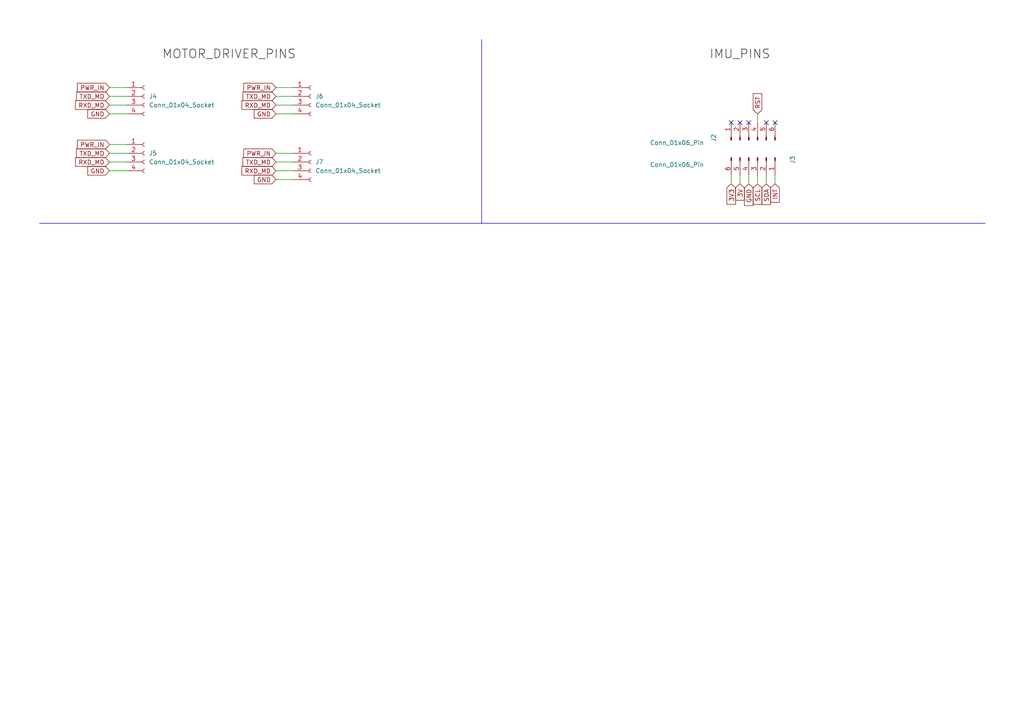
<source format=kicad_sch>
(kicad_sch (version 20231120) (generator "eeschema") (generator_version "8.0")
  (paper "A4")
  (lib_symbols
    (symbol "Connector:Conn_01x04_Socket" (pin_names (offset 1.016) hide)
      (property "Reference" "J" (at 0 5.08 0))
      (property "Value" "Conn_01x04_Socket" (at 0 -7.62 0))
      (symbol "Conn_01x04_Socket_1_1"
        (arc (start 0 -4.572) (mid -0.5058 -5.08) (end 0 -5.588) (stroke (width 0.1524)))
        (arc (start 0 -2.032) (mid -0.5058 -2.54) (end 0 -3.048) (stroke (width 0.1524)))
        (polyline (pts (xy -1.27 -5.08) (xy -0.508 -5.08)) (stroke (width 0.1524)))
        (polyline (pts (xy -1.27 -2.54) (xy -0.508 -2.54)) (stroke (width 0.1524)))
        (polyline (pts (xy -1.27 0) (xy -0.508 0)) (stroke (width 0.1524)))
        (polyline (pts (xy -1.27 2.54) (xy -0.508 2.54)) (stroke (width 0.1524)))
        (arc (start 0 0.508) (mid -0.5058 0) (end 0 -0.508) (stroke (width 0.1524)))
        (arc (start 0 3.048) (mid -0.5058 2.54) (end 0 2.032) (stroke (width 0.1524)))
        (pin passive line (at -5.08 2.54 0) (length 3.81) (name "Pin_1") (number "1"))
        (pin passive line (at -5.08 0 0) (length 3.81) (name "Pin_2") (number "2"))
        (pin passive line (at -5.08 -2.54 0) (length 3.81) (name "Pin_3") (number "3"))
        (pin passive line (at -5.08 -5.08 0) (length 3.81) (name "Pin_4") (number "4"))
      )
    )
    (symbol "Connector:Conn_01x06_Pin" (pin_names (offset 1.016) hide)
      (property "Reference" "J" (at 0 7.62 0))
      (property "Value" "Conn_01x06_Pin" (at 0 -10.16 0))
      (symbol "Conn_01x06_Pin_1_1"
        (polyline (pts (xy 1.27 -7.62) (xy 0.8636 -7.62)) (stroke (width 0.1524)))
        (polyline (pts (xy 1.27 -5.08) (xy 0.8636 -5.08)) (stroke (width 0.1524)))
        (polyline (pts (xy 1.27 -2.54) (xy 0.8636 -2.54)) (stroke (width 0.1524)))
        (polyline (pts (xy 1.27 0) (xy 0.8636 0)) (stroke (width 0.1524)))
        (polyline (pts (xy 1.27 2.54) (xy 0.8636 2.54)) (stroke (width 0.1524)))
        (polyline (pts (xy 1.27 5.08) (xy 0.8636 5.08)) (stroke (width 0.1524)))
        (rectangle (start 0.8636 -7.493) (end 0 -7.747) (stroke (width 0.1524)) (fill (type outline)))
        (rectangle (start 0.8636 -4.953) (end 0 -5.207) (stroke (width 0.1524)) (fill (type outline)))
        (rectangle (start 0.8636 -2.413) (end 0 -2.667) (stroke (width 0.1524)) (fill (type outline)))
        (rectangle (start 0.8636 0.127) (end 0 -0.127) (stroke (width 0.1524)) (fill (type outline)))
        (rectangle (start 0.8636 2.667) (end 0 2.413) (stroke (width 0.1524)) (fill (type outline)))
        (rectangle (start 0.8636 5.207) (end 0 4.953) (stroke (width 0.1524)) (fill (type outline)))
        (pin passive line (at 5.08 5.08 180) (length 3.81) (name "Pin_1") (number "1"))
        (pin passive line (at 5.08 2.54 180) (length 3.81) (name "Pin_2") (number "2"))
        (pin passive line (at 5.08 0 180) (length 3.81) (name "Pin_3") (number "3"))
        (pin passive line (at 5.08 -2.54 180) (length 3.81) (name "Pin_4") (number "4"))
        (pin passive line (at 5.08 -5.08 180) (length 3.81) (name "Pin_5") (number "5"))
        (pin passive line (at 5.08 -7.62 180) (length 3.81) (name "Pin_6") (number "6"))
      )
    )
  )
  (no_connect (at 224.79 35.56))
  (no_connect (at 217.17 35.56))
  (no_connect (at 214.63 35.56))
  (no_connect (at 222.25 35.56))
  (no_connect (at 212.09 35.56))
  (wire (pts (xy 219.71 50.8) (xy 219.71 53.34)))
  (wire (pts (xy 212.09 50.8) (xy 212.09 53.34)))
  (wire (pts (xy 80.01 52.07) (xy 85.09 52.07)))
  (wire (pts (xy 31.75 30.48) (xy 36.83 30.48)))
  (wire (pts (xy 80.01 27.94) (xy 85.09 27.94)))
  (wire (pts (xy 80.01 44.45) (xy 85.09 44.45)))
  (wire (pts (xy 31.75 44.45) (xy 36.83 44.45)))
  (wire (pts (xy 80.01 25.4) (xy 85.09 25.4)))
  (wire (pts (xy 31.75 27.94) (xy 36.83 27.94)))
  (wire (pts (xy 31.75 33.02) (xy 36.83 33.02)))
  (wire (pts (xy 80.01 46.99) (xy 85.09 46.99)))
  (polyline (pts (xy 139.7 11.43) (xy 139.7 64.77)))
  (wire (pts (xy 31.75 25.4) (xy 36.83 25.4)))
  (polyline (pts (xy 139.7 64.77) (xy 285.75 64.77)))
  (wire (pts (xy 31.75 41.91) (xy 36.83 41.91)))
  (wire (pts (xy 80.01 49.53) (xy 85.09 49.53)))
  (wire (pts (xy 224.79 50.8) (xy 224.79 53.34)))
  (wire (pts (xy 222.25 50.8) (xy 222.25 53.34)))
  (wire (pts (xy 219.71 33.02) (xy 219.71 35.56)))
  (wire (pts (xy 80.01 30.48) (xy 85.09 30.48)))
  (wire (pts (xy 214.63 50.8) (xy 214.63 53.34)))
  (wire (pts (xy 80.01 33.02) (xy 85.09 33.02)))
  (polyline (pts (xy 11.43 64.77) (xy 139.7 64.77)))
  (wire (pts (xy 217.17 50.8) (xy 217.17 53.34)))
  (wire (pts (xy 31.75 46.99) (xy 36.83 46.99)))
  (wire (pts (xy 31.75 49.53) (xy 36.83 49.53)))
  (label "IMU_PINS" (at 205.74 17.78 0) (effects (font (size 2.54 2.54))))
  (label "MOTOR_DRIVER_PINS" (at 46.99 17.78 0) (effects (font (size 2.54 2.54))))
  (global_label "PWR_IN" (shape input) (at 80.01 44.45 180) (property "Intersheetrefs" "${INTERSHEET_REFS}" (effects (hide yes))))
  (global_label "3V3" (shape input) (at 212.09 53.34 270) (property "Intersheetrefs" "${INTERSHEET_REFS}" (effects (hide yes))))
  (global_label "GND" (shape input) (at 31.75 49.53 180) (property "Intersheetrefs" "${INTERSHEET_REFS}" (effects (hide yes))))
  (global_label "PWR_IN" (shape input) (at 31.75 25.4 180) (property "Intersheetrefs" "${INTERSHEET_REFS}" (effects (hide yes))))
  (global_label "SCL" (shape input) (at 219.71 53.34 270) (property "Intersheetrefs" "${INTERSHEET_REFS}" (effects (hide yes))))
  (global_label "RXD_MD" (shape input) (at 31.75 30.48 180) (property "Intersheetrefs" "${INTERSHEET_REFS}" (effects (hide yes))))
  (global_label "TXD_MD" (shape input) (at 31.75 27.94 180) (property "Intersheetrefs" "${INTERSHEET_REFS}" (effects (hide yes))))
  (global_label "GND" (shape input) (at 80.01 52.07 180) (property "Intersheetrefs" "${INTERSHEET_REFS}" (effects (hide yes))))
  (global_label "TXD_MD" (shape input) (at 80.01 27.94 180) (property "Intersheetrefs" "${INTERSHEET_REFS}" (effects (hide yes))))
  (global_label "TXD_MD" (shape input) (at 31.75 44.45 180) (property "Intersheetrefs" "${INTERSHEET_REFS}" (effects (hide yes))))
  (global_label "RXD_MD" (shape input) (at 31.75 46.99 180) (property "Intersheetrefs" "${INTERSHEET_REFS}" (effects (hide yes))))
  (global_label "3V" (shape input) (at 214.63 53.34 270) (property "Intersheetrefs" "${INTERSHEET_REFS}" (effects (hide yes))))
  (global_label "PWR_IN" (shape input) (at 80.01 25.4 180) (property "Intersheetrefs" "${INTERSHEET_REFS}" (effects (hide yes))))
  (global_label "RST" (shape input) (at 219.71 33.02 90) (property "Intersheetrefs" "${INTERSHEET_REFS}" (effects (hide yes))))
  (global_label "TXD_MD" (shape input) (at 80.01 46.99 180) (property "Intersheetrefs" "${INTERSHEET_REFS}" (effects (hide yes))))
  (global_label "SDA" (shape input) (at 222.25 53.34 270) (property "Intersheetrefs" "${INTERSHEET_REFS}" (effects (hide yes))))
  (global_label "GND" (shape input) (at 80.01 33.02 180) (property "Intersheetrefs" "${INTERSHEET_REFS}" (effects (hide yes))))
  (global_label "PWR_IN" (shape input) (at 31.75 41.91 180) (property "Intersheetrefs" "${INTERSHEET_REFS}" (effects (hide yes))))
  (global_label "RXD_MD" (shape input) (at 80.01 49.53 180) (property "Intersheetrefs" "${INTERSHEET_REFS}" (effects (hide yes))))
  (global_label "GND" (shape input) (at 31.75 33.02 180) (property "Intersheetrefs" "${INTERSHEET_REFS}" (effects (hide yes))))
  (global_label "INT" (shape input) (at 224.79 53.34 270) (property "Intersheetrefs" "${INTERSHEET_REFS}" (effects (hide yes))))
  (global_label "RXD_MD" (shape input) (at 80.01 30.48 180) (property "Intersheetrefs" "${INTERSHEET_REFS}" (effects (hide yes))))
  (global_label "GND" (shape input) (at 217.17 53.34 270) (property "Intersheetrefs" "${INTERSHEET_REFS}" (effects (hide yes))))
  (symbol (lib_id "Connector:Conn_01x04_Socket") (at 41.91 44.45 0) (unit 1)
    (property "Reference" "J5" (at 43.18 44.4499 0) (effects (justify left)))
    (property "Value" "Conn_01x04_Socket" (at 43.18 46.9899 0) (effects (justify left)))
    (property "Description" "Generic connector, single row, 01x04, script generated" (effects (hide yes)))
  )
  (symbol (lib_id "Connector:Conn_01x04_Socket") (at 90.17 27.94 0) (unit 1)
    (property "Reference" "J6" (at 91.44 27.9399 0) (effects (justify left)))
    (property "Value" "Conn_01x04_Socket" (at 91.44 30.4799 0) (effects (justify left)))
    (property "Description" "Generic connector, single row, 01x04, script generated" (effects (hide yes)))
  )
  (symbol (lib_id "Connector:Conn_01x06_Pin") (at 217.17 40.64 90) (unit 1)
    (property "Reference" "J2" (at 207.01 40.005 0))
    (property "Value" "Conn_01x06_Pin" (at 196.342 41.402 90))
    (property "Description" "Generic connector, single row, 01x06, script generated" (effects (hide yes)))
  )
  (symbol (lib_id "Connector:Conn_01x04_Socket") (at 90.17 46.99 0) (unit 1)
    (property "Reference" "J7" (at 91.44 46.9899 0) (effects (justify left)))
    (property "Value" "Conn_01x04_Socket" (at 91.44 49.5299 0) (effects (justify left)))
    (property "Description" "Generic connector, single row, 01x04, script generated" (effects (hide yes)))
  )
  (symbol (lib_id "Connector:Conn_01x04_Socket") (at 41.91 27.94 0) (unit 1)
    (property "Reference" "J4" (at 43.18 27.9399 0) (effects (justify left)))
    (property "Value" "Conn_01x04_Socket" (at 43.18 30.4799 0) (effects (justify left)))
    (property "Description" "Generic connector, single row, 01x04, script generated" (effects (hide yes)))
  )
  (symbol (lib_id "Connector:Conn_01x06_Pin") (at 219.71 45.72 270) (unit 1)
    (property "Reference" "J3" (at 229.87 46.355 0))
    (property "Value" "Conn_01x06_Pin" (at 196.342 47.752 90))
    (property "Description" "Generic connector, single row, 01x06, script generated" (effects (hide yes)))
  )
)
</source>
